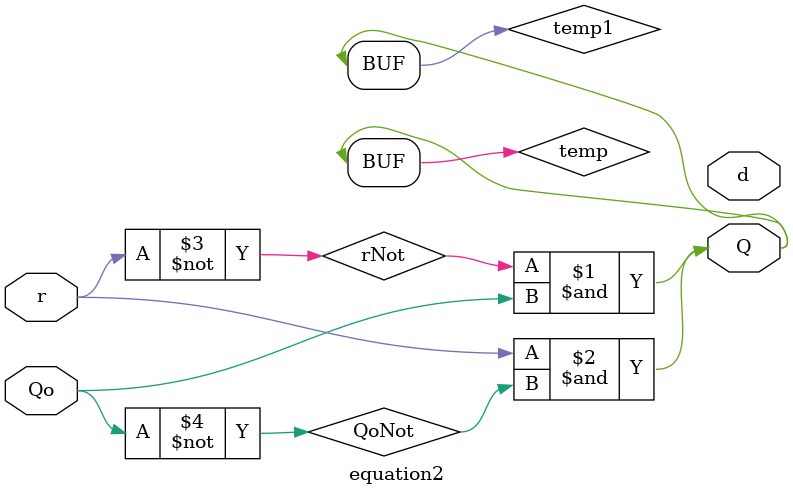
<source format=sv>
`timescale 1ns / 1ps

module equation2 (
  input  logic r ,
  input  logic Qo,
  output logic Q ,
  output logic d
);

  //----------------
  // internal wire & regs
  //----------------
  logic rNot, QoNot;
  logic temp,temp1;

  //-------------
  // implementation
  //-------------

  not Gate1 (rNot,r);
  not Gate2 (QoNot,Qo);
  and Gate3 (temp,rNot,Qo);
  and Gate4 (temp1,r,QoNot);
  or Gate5 (temp1,temp);

  assign Q = temp;

endmodule : equation2

</source>
